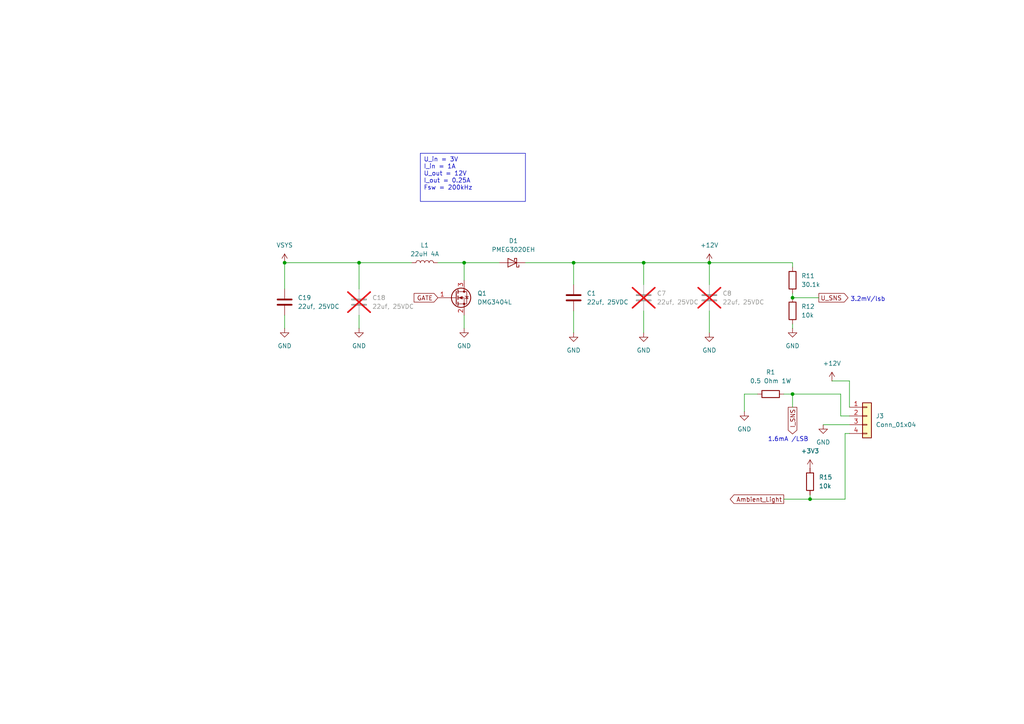
<source format=kicad_sch>
(kicad_sch (version 20231120) (generator "eeschema") (generator_version "8.0")
  (paper "A4")
  (lib_symbols
    (symbol "Connector_Generic:Conn_01x04" (pin_names (offset 1.016) hide)
      (property "Reference" "J" (at 0 5.08 0))
      (property "Value" "Conn_01x04" (at 0 -7.62 0))
      (symbol "Conn_01x04_1_1"
        (rectangle (start -1.27 -4.953) (end 0 -5.207) (stroke (width 0.1524)))
        (rectangle (start -1.27 -2.413) (end 0 -2.667) (stroke (width 0.1524)))
        (rectangle (start -1.27 0.127) (end 0 -0.127) (stroke (width 0.1524)))
        (rectangle (start -1.27 2.667) (end 0 2.413) (stroke (width 0.1524)))
        (rectangle (start -1.27 3.81) (end 1.27 -6.35) (stroke (width 0.254)) (fill (type background)))
        (pin passive line (at -5.08 2.54 0) (length 3.81) (name "Pin_1") (number "1"))
        (pin passive line (at -5.08 0 0) (length 3.81) (name "Pin_2") (number "2"))
        (pin passive line (at -5.08 -2.54 0) (length 3.81) (name "Pin_3") (number "3"))
        (pin passive line (at -5.08 -5.08 0) (length 3.81) (name "Pin_4") (number "4"))
      )
    )
    (symbol "Device:C" (pin_numbers hide) (pin_names (offset 0.254))
      (property "Reference" "C" (at 0.635 2.54 0))
      (property "Value" "C" (at 0.635 -2.54 0))
      (symbol "C_0_1"
        (polyline (pts (xy -2.032 -0.762) (xy 2.032 -0.762)) (stroke (width 0.508)))
        (polyline (pts (xy -2.032 0.762) (xy 2.032 0.762)) (stroke (width 0.508)))
      )
      (symbol "C_1_1"
        (pin passive line (at 0 3.81 270) (length 2.794) (name "~") (number "1"))
        (pin passive line (at 0 -3.81 90) (length 2.794) (name "~") (number "2"))
      )
    )
    (symbol "Device:L" (pin_numbers hide) (pin_names (offset 1.016) hide)
      (property "Reference" "L" (at -1.27 0 90))
      (property "Value" "L" (at 1.905 0 90))
      (symbol "L_0_1"
        (arc (start 0 -2.54) (mid 0.6323 -1.905) (end 0 -1.27))
        (arc (start 0 -1.27) (mid 0.6323 -0.635) (end 0 0))
        (arc (start 0 0) (mid 0.6323 0.635) (end 0 1.27))
        (arc (start 0 1.27) (mid 0.6323 1.905) (end 0 2.54))
      )
      (symbol "L_1_1"
        (pin passive line (at 0 3.81 270) (length 1.27) (name "1") (number "1"))
        (pin passive line (at 0 -3.81 90) (length 1.27) (name "2") (number "2"))
      )
    )
    (symbol "Device:R" (pin_numbers hide) (pin_names (offset 0))
      (property "Reference" "R" (at 2.032 0 90))
      (property "Value" "R" (at 0 0 90))
      (symbol "R_0_1"
        (rectangle (start -1.016 -2.54) (end 1.016 2.54) (stroke (width 0.254)))
      )
      (symbol "R_1_1"
        (pin passive line (at 0 3.81 270) (length 1.27) (name "~") (number "1"))
        (pin passive line (at 0 -3.81 90) (length 1.27) (name "~") (number "2"))
      )
    )
    (symbol "Diode:PMEG3020EH" (pin_numbers hide) (pin_names hide)
      (property "Reference" "D" (at 0 2.54 0))
      (property "Value" "PMEG3020EH" (at 0 -2.54 0))
      (symbol "PMEG3020EH_0_1"
        (polyline (pts (xy 1.27 0) (xy -1.27 0)))
        (polyline (pts (xy 1.27 1.27) (xy 1.27 -1.27) (xy -1.27 0) (xy 1.27 1.27)) (stroke (width 0.2032)))
        (polyline (pts (xy -1.905 0.635) (xy -1.905 1.27) (xy -1.27 1.27) (xy -1.27 -1.27) (xy -0.635 -1.27) (xy -0.635 -0.635)) (stroke (width 0.2032)))
      )
      (symbol "PMEG3020EH_1_1"
        (pin passive line (at -3.81 0 0) (length 2.54) (name "K") (number "1"))
        (pin passive line (at 3.81 0 180) (length 2.54) (name "A") (number "2"))
      )
    )
    (symbol "Transistor_FET:DMG3404L" (pin_names hide)
      (property "Reference" "Q" (at 5.08 1.905 0))
      (property "Value" "DMG3404L" (at 5.08 0 0))
      (symbol "DMG3404L_0_1"
        (polyline (pts (xy 0.254 0) (xy -2.54 0)))
        (polyline (pts (xy 0.254 1.905) (xy 0.254 -1.905)) (stroke (width 0.254)))
        (polyline (pts (xy 0.762 -1.27) (xy 0.762 -2.286)) (stroke (width 0.254)))
        (polyline (pts (xy 0.762 0.508) (xy 0.762 -0.508)) (stroke (width 0.254)))
        (polyline (pts (xy 0.762 2.286) (xy 0.762 1.27)) (stroke (width 0.254)))
        (polyline (pts (xy 2.54 2.54) (xy 2.54 1.778)))
        (polyline (pts (xy 2.54 -2.54) (xy 2.54 0) (xy 0.762 0)))
        (polyline (pts (xy 0.762 -1.778) (xy 3.302 -1.778) (xy 3.302 1.778) (xy 0.762 1.778)))
        (polyline (pts (xy 1.016 0) (xy 2.032 0.381) (xy 2.032 -0.381) (xy 1.016 0)) (fill (type outline)))
        (polyline (pts (xy 2.794 0.508) (xy 2.921 0.381) (xy 3.683 0.381) (xy 3.81 0.254)))
        (polyline (pts (xy 3.302 0.381) (xy 2.921 -0.254) (xy 3.683 -0.254) (xy 3.302 0.381)))
        (circle (center 1.651 0) (radius 2.794) (stroke (width 0.254)))
        (circle (center 2.54 -1.778) (radius 0.254) (fill (type outline)))
        (circle (center 2.54 1.778) (radius 0.254) (fill (type outline)))
      )
      (symbol "DMG3404L_1_1"
        (pin input line (at -5.08 0 0) (length 2.54) (name "G") (number "1"))
        (pin passive line (at 2.54 -5.08 90) (length 2.54) (name "S") (number "2"))
        (pin passive line (at 2.54 5.08 270) (length 2.54) (name "D") (number "3"))
      )
    )
    (symbol "power:+12V" (power) (pin_numbers hide) (pin_names (offset 0) hide)
      (property "Value" "+12V" (at 0 3.556 0))
      (symbol "+12V_0_1"
        (polyline (pts (xy -0.762 1.27) (xy 0 2.54)))
        (polyline (pts (xy 0 0) (xy 0 2.54)))
        (polyline (pts (xy 0 2.54) (xy 0.762 1.27)))
      )
      (symbol "+12V_1_1"
        (pin power_in line (at 0 0 90) (length 0) (name "~") (number "1"))
      )
    )
    (symbol "power:+3V3" (power) (pin_numbers hide) (pin_names (offset 0) hide)
      (property "Value" "+3V3" (at 0 3.556 0))
      (symbol "+3V3_0_1"
        (polyline (pts (xy -0.762 1.27) (xy 0 2.54)))
        (polyline (pts (xy 0 0) (xy 0 2.54)))
        (polyline (pts (xy 0 2.54) (xy 0.762 1.27)))
      )
      (symbol "+3V3_1_1"
        (pin power_in line (at 0 0 90) (length 0) (name "~") (number "1"))
      )
    )
    (symbol "power:+BATT" (power) (pin_numbers hide) (pin_names (offset 0) hide)
      (property "Value" "+BATT" (at 0 3.556 0))
      (symbol "+BATT_0_1"
        (polyline (pts (xy -0.762 1.27) (xy 0 2.54)))
        (polyline (pts (xy 0 0) (xy 0 2.54)))
        (polyline (pts (xy 0 2.54) (xy 0.762 1.27)))
      )
      (symbol "+BATT_1_1"
        (pin power_in line (at 0 0 90) (length 0) (name "~") (number "1"))
      )
    )
    (symbol "power:GND" (power) (pin_numbers hide) (pin_names (offset 0) hide)
      (property "Value" "GND" (at 0 -3.81 0))
      (symbol "GND_0_1"
        (polyline (pts (xy 0 0) (xy 0 -1.27) (xy 1.27 -1.27) (xy 0 -2.54) (xy -1.27 -1.27) (xy 0 -1.27)))
      )
      (symbol "GND_1_1"
        (pin power_in line (at 0 0 270) (length 0) (name "~") (number "1"))
      )
    )
  )
  (junction (at 229.87 86.36))
  (junction (at 166.37 76.2))
  (junction (at 229.87 114.3))
  (junction (at 205.74 76.2))
  (junction (at 104.14 76.2))
  (junction (at 82.55 76.2))
  (junction (at 234.95 144.78))
  (junction (at 186.69 76.2))
  (junction (at 134.62 76.2))
  (wire (pts (xy 234.95 144.78) (xy 234.95 143.51)))
  (wire (pts (xy 205.74 76.2) (xy 186.69 76.2)))
  (wire (pts (xy 166.37 76.2) (xy 166.37 82.55)))
  (wire (pts (xy 104.14 76.2) (xy 119.38 76.2)))
  (wire (pts (xy 229.87 93.98) (xy 229.87 95.25)))
  (wire (pts (xy 166.37 90.17) (xy 166.37 96.52)))
  (wire (pts (xy 205.74 82.55) (xy 205.74 76.2)))
  (wire (pts (xy 229.87 86.36) (xy 237.49 86.36)))
  (wire (pts (xy 186.69 82.55) (xy 186.69 76.2)))
  (wire (pts (xy 219.71 114.3) (xy 215.9 114.3)))
  (wire (pts (xy 152.4 76.2) (xy 166.37 76.2)))
  (wire (pts (xy 246.38 120.65) (xy 243.84 120.65)))
  (wire (pts (xy 229.87 118.11) (xy 229.87 114.3)))
  (wire (pts (xy 229.87 85.09) (xy 229.87 86.36)))
  (wire (pts (xy 82.55 76.2) (xy 104.14 76.2)))
  (wire (pts (xy 186.69 76.2) (xy 166.37 76.2)))
  (wire (pts (xy 227.33 114.3) (xy 229.87 114.3)))
  (wire (pts (xy 238.76 123.19) (xy 246.38 123.19)))
  (wire (pts (xy 234.95 144.78) (xy 227.33 144.78)))
  (wire (pts (xy 245.11 125.73) (xy 245.11 144.78)))
  (wire (pts (xy 134.62 91.44) (xy 134.62 95.25)))
  (wire (pts (xy 246.38 110.49) (xy 241.3 110.49)))
  (wire (pts (xy 127 76.2) (xy 134.62 76.2)))
  (wire (pts (xy 243.84 114.3) (xy 229.87 114.3)))
  (wire (pts (xy 82.55 83.82) (xy 82.55 76.2)))
  (wire (pts (xy 104.14 83.82) (xy 104.14 76.2)))
  (wire (pts (xy 243.84 120.65) (xy 243.84 114.3)))
  (wire (pts (xy 229.87 77.47) (xy 229.87 76.2)))
  (wire (pts (xy 246.38 110.49) (xy 246.38 118.11)))
  (wire (pts (xy 82.55 91.44) (xy 82.55 95.25)))
  (wire (pts (xy 215.9 114.3) (xy 215.9 119.38)))
  (wire (pts (xy 104.14 91.44) (xy 104.14 95.25)))
  (wire (pts (xy 134.62 76.2) (xy 134.62 81.28)))
  (wire (pts (xy 205.74 90.17) (xy 205.74 96.52)))
  (wire (pts (xy 229.87 76.2) (xy 205.74 76.2)))
  (wire (pts (xy 245.11 125.73) (xy 246.38 125.73)))
  (wire (pts (xy 234.95 144.78) (xy 245.11 144.78)))
  (wire (pts (xy 186.69 90.17) (xy 186.69 96.52)))
  (wire (pts (xy 134.62 76.2) (xy 144.78 76.2)))
  (text_box "U_in = 3V\nI_in = 1A\nU_out = 12V\nI_out = 0.25A\nFsw = 200kHz\n" (at 121.92 44.45 0) (size 30.48 13.97) (effects (font (size 1.27 1.27)) (justify left top)))
  (text "3.2mV/lsb" (at 251.714 86.868 0) (effects (font (size 1.27 1.27))))
  (text "1.6mA /LSB" (at 228.6 127.508 0) (effects (font (size 1.27 1.27))))
  (global_label "U_SNS" (shape output) (at 237.49 86.36 0) (property "Intersheetrefs" "${INTERSHEET_REFS}" (effects (hide yes))))
  (global_label "GATE" (shape input) (at 127 86.36 180) (property "Intersheetrefs" "${INTERSHEET_REFS}" (effects (hide yes))))
  (global_label "I_SNS" (shape output) (at 229.87 118.11 270) (property "Intersheetrefs" "${INTERSHEET_REFS}" (effects (hide yes))))
  (global_label "Ambient_Light" (shape output) (at 227.33 144.78 180) (property "Intersheetrefs" "${INTERSHEET_REFS}" (effects (hide yes))))
  (symbol (lib_id "power:GND") (at 238.76 123.19 0) (unit 1)
    (property "Reference" "#PWR044" (effects (hide yes)))
    (property "Value" "GND" (at 238.76 128.27 0))
    (property "Description" "Power symbol creates a global label with name \"GND\" , ground" (effects (hide yes)))
  )
  (symbol (lib_id "Device:C") (at 166.37 86.36 0) (unit 1)
    (property "Reference" "C1" (at 170.18 85.0899 0) (effects (justify left)))
    (property "Value" "22uf, 25VDC" (at 170.18 87.6299 0) (effects (justify left)))
    (property "Footprint" "Capacitor_SMD:C_0805_2012Metric_Pad1.18x1.45mm_HandSolder" (effects (hide yes)))
    (property "Description" "Unpolarized capacitor" (effects (hide yes)))
    (property "MPN" "CL21A226MAYNNNE" (effects (hide yes)))
  )
  (symbol (lib_id "Connector_Generic:Conn_01x04") (at 251.46 120.65 0) (unit 1)
    (property "Reference" "J3" (at 254 120.6499 0) (effects (justify left)))
    (property "Value" "Conn_01x04" (at 254 123.1899 0) (effects (justify left)))
    (property "Footprint" "Connector_PinHeader_2.54mm:PinHeader_1x04_P2.54mm_Vertical" (effects (hide yes)))
    (property "Description" "Generic connector, single row, 01x04, script generated (kicad-library-utils/schlib/autogen/connector/)" (effects (hide yes)))
  )
  (symbol (lib_id "power:+3V3") (at 234.95 135.89 0) (unit 1)
    (property "Reference" "#PWR043" (effects (hide yes)))
    (property "Value" "+3V3" (at 234.95 130.81 0))
    (property "Description" "Power symbol creates a global label with name \"+3V3\"" (effects (hide yes)))
  )
  (symbol (lib_id "Device:C") (at 82.55 87.63 0) (unit 1)
    (property "Reference" "C19" (at 86.36 86.3599 0) (effects (justify left)))
    (property "Value" "22uf, 25VDC" (at 86.36 88.8999 0) (effects (justify left)))
    (property "Footprint" "Capacitor_SMD:C_0805_2012Metric_Pad1.18x1.45mm_HandSolder" (effects (hide yes)))
    (property "Description" "Unpolarized capacitor" (effects (hide yes)))
    (property "MPN" "CL21A226MAYNNNE" (effects (hide yes)))
  )
  (symbol (lib_id "power:+12V") (at 205.74 76.2 0) (unit 1)
    (property "Reference" "#PWR034" (effects (hide yes)))
    (property "Value" "+12V" (at 205.74 71.12 0))
    (property "Description" "Power symbol creates a global label with name \"+12V\"" (effects (hide yes)))
  )
  (symbol (lib_id "power:GND") (at 134.62 95.25 0) (unit 1)
    (property "Reference" "#PWR01" (effects (hide yes)))
    (property "Value" "GND" (at 134.62 100.33 0))
    (property "Description" "Power symbol creates a global label with name \"GND\" , ground" (effects (hide yes)))
  )
  (symbol (lib_id "Device:R") (at 229.87 90.17 0) (unit 1)
    (property "Reference" "R12" (at 232.41 88.8999 0) (effects (justify left)))
    (property "Value" "10k" (at 232.41 91.4399 0) (effects (justify left)))
    (property "Footprint" "Resistor_SMD:R_0603_1608Metric_Pad0.98x0.95mm_HandSolder" (effects (hide yes)))
    (property "Description" "Resistor" (effects (hide yes)))
  )
  (symbol (lib_id "Diode:PMEG3020EH") (at 148.59 76.2 180) (unit 1)
    (property "Reference" "D1" (at 148.9075 69.85 0))
    (property "Value" "PMEG3020EH" (at 148.9075 72.39 0))
    (property "Footprint" "Diode_SMD:D_SOD-123F" (effects (hide yes)))
    (property "Datasheet" "https://assets.nexperia.com/documents/data-sheet/PMEG3020EH_EJ.pdf" (effects (hide yes)))
    (property "Description" "30V, 2A ultra low Vf MEGA Schottky barrier rectifier, SOD-123F" (effects (hide yes)))
  )
  (symbol (lib_id "Device:R") (at 223.52 114.3 90) (unit 1)
    (property "Reference" "R1" (at 223.52 107.95 90))
    (property "Value" "0.5 Ohm 1W" (at 223.52 110.49 90))
    (property "Footprint" "Resistor_SMD:R_1206_3216Metric_Pad1.30x1.75mm_HandSolder" (effects (hide yes)))
    (property "Description" "Resistor" (effects (hide yes)))
    (property "Manufacturer" "EATON" (effects (hide yes)))
    (property "MPN" "MFHA1206R5000FC" (effects (hide yes)))
  )
  (symbol (lib_id "power:GND") (at 82.55 95.25 0) (unit 1)
    (property "Reference" "#PWR08" (effects (hide yes)))
    (property "Value" "GND" (at 82.55 100.33 0))
    (property "Description" "Power symbol creates a global label with name \"GND\" , ground" (effects (hide yes)))
  )
  (symbol (lib_id "Device:C") (at 205.74 86.36 0) (unit 1) (dnp yes)
    (property "Reference" "C8" (at 209.55 85.0899 0) (effects (justify left)))
    (property "Value" "22uf, 25VDC" (at 209.55 87.6299 0) (effects (justify left)))
    (property "Footprint" "Capacitor_SMD:C_0805_2012Metric_Pad1.18x1.45mm_HandSolder" (effects (hide yes)))
    (property "Description" "Unpolarized capacitor" (effects (hide yes)))
    (property "MPN" "CL21A226MAYNNNE" (effects (hide yes)))
  )
  (symbol (lib_id "Device:R") (at 234.95 139.7 180) (unit 1)
    (property "Reference" "R15" (at 237.49 138.4299 0) (effects (justify right)))
    (property "Value" "10k" (at 237.49 140.9699 0) (effects (justify right)))
    (property "Footprint" "Resistor_SMD:R_0603_1608Metric_Pad0.98x0.95mm_HandSolder" (effects (hide yes)))
    (property "Description" "Resistor" (effects (hide yes)))
  )
  (symbol (lib_id "power:GND") (at 104.14 95.25 0) (unit 1)
    (property "Reference" "#PWR07" (effects (hide yes)))
    (property "Value" "GND" (at 104.14 100.33 0))
    (property "Description" "Power symbol creates a global label with name \"GND\" , ground" (effects (hide yes)))
  )
  (symbol (lib_id "power:GND") (at 186.69 96.52 0) (unit 1)
    (property "Reference" "#PWR05" (effects (hide yes)))
    (property "Value" "GND" (at 186.69 101.6 0))
    (property "Description" "Power symbol creates a global label with name \"GND\" , ground" (effects (hide yes)))
  )
  (symbol (lib_id "power:GND") (at 229.87 95.25 0) (unit 1)
    (property "Reference" "#PWR035" (effects (hide yes)))
    (property "Value" "GND" (at 229.87 100.33 0))
    (property "Description" "Power symbol creates a global label with name \"GND\" , ground" (effects (hide yes)))
  )
  (symbol (lib_id "power:GND") (at 166.37 96.52 0) (unit 1)
    (property "Reference" "#PWR04" (effects (hide yes)))
    (property "Value" "GND" (at 166.37 101.6 0))
    (property "Description" "Power symbol creates a global label with name \"GND\" , ground" (effects (hide yes)))
  )
  (symbol (lib_id "Device:L") (at 123.19 76.2 90) (unit 1)
    (property "Reference" "L1" (at 123.19 71.12 90))
    (property "Value" "22uH 4A" (at 123.19 73.66 90))
    (property "Footprint" "Inductor_SMD:L_Bourns_SRR1260_handsolder" (effects (hide yes)))
    (property "Datasheet" "https://www.mouser.ch/datasheet/2/54/srr1260-1391580.pdf" (effects (hide yes)))
    (property "Description" "Inductor" (effects (hide yes)))
    (property "MPN" "SRR1260-220M" (effects (hide yes)))
    (property "Manufacturer" "Bourns" (effects (hide yes)))
  )
  (symbol (lib_id "Device:R") (at 229.87 81.28 0) (unit 1)
    (property "Reference" "R11" (at 232.41 80.0099 0) (effects (justify left)))
    (property "Value" "30.1k" (at 232.41 82.5499 0) (effects (justify left)))
    (property "Footprint" "Resistor_SMD:R_0603_1608Metric_Pad0.98x0.95mm_HandSolder" (effects (hide yes)))
    (property "Description" "Resistor" (effects (hide yes)))
  )
  (symbol (lib_id "Device:C") (at 104.14 87.63 0) (unit 1) (dnp yes)
    (property "Reference" "C18" (at 107.95 86.3599 0) (effects (justify left)))
    (property "Value" "22uf, 25VDC" (at 107.95 88.8999 0) (effects (justify left)))
    (property "Footprint" "Capacitor_SMD:C_0805_2012Metric_Pad1.18x1.45mm_HandSolder" (effects (hide yes)))
    (property "Description" "Unpolarized capacitor" (effects (hide yes)))
    (property "MPN" "CL21A226MAYNNNE" (effects (hide yes)))
  )
  (symbol (lib_id "power:+12V") (at 241.3 110.49 0) (unit 1)
    (property "Reference" "#PWR02" (effects (hide yes)))
    (property "Value" "+12V" (at 241.3 105.41 0))
    (property "Description" "Power symbol creates a global label with name \"+12V\"" (effects (hide yes)))
  )
  (symbol (lib_id "power:+BATT") (at 82.55 76.2 0) (unit 1)
    (property "Reference" "#PWR033" (effects (hide yes)))
    (property "Value" "VSYS" (at 82.55 71.12 0))
    (property "Description" "Power symbol creates a global label with name \"+BATT\"" (effects (hide yes)))
  )
  (symbol (lib_id "Transistor_FET:DMG3404L") (at 132.08 86.36 0) (unit 1)
    (property "Reference" "Q1" (at 138.43 85.0899 0) (effects (justify left)))
    (property "Value" "DMG3404L" (at 138.43 87.6299 0) (effects (justify left)))
    (property "Footprint" "Package_TO_SOT_SMD:SOT-23" (effects (hide yes)))
    (property "Datasheet" "http://www.diodes.com/assets/Datasheets/DMG3404L.pdf" (effects (hide yes)))
    (property "Description" "5.8A Id, 30V Vds, N-Channel MOSFET, SOT-23" (effects (hide yes)))
  )
  (symbol (lib_id "Device:C") (at 186.69 86.36 0) (unit 1) (dnp yes)
    (property "Reference" "C7" (at 190.5 85.0899 0) (effects (justify left)))
    (property "Value" "22uf, 25VDC" (at 190.5 87.6299 0) (effects (justify left)))
    (property "Footprint" "Capacitor_SMD:C_0805_2012Metric_Pad1.18x1.45mm_HandSolder" (effects (hide yes)))
    (property "Description" "Unpolarized capacitor" (effects (hide yes)))
    (property "MPN" "CL21A226MAYNNNE" (effects (hide yes)))
  )
  (symbol (lib_id "power:GND") (at 215.9 119.38 0) (unit 1)
    (property "Reference" "#PWR03" (effects (hide yes)))
    (property "Value" "GND" (at 215.9 124.46 0))
    (property "Description" "Power symbol creates a global label with name \"GND\" , ground" (effects (hide yes)))
  )
  (symbol (lib_id "power:GND") (at 205.74 96.52 0) (unit 1)
    (property "Reference" "#PWR06" (effects (hide yes)))
    (property "Value" "GND" (at 205.74 101.6 0))
    (property "Description" "Power symbol creates a global label with name \"GND\" , ground" (effects (hide yes)))
  )
)
</source>
